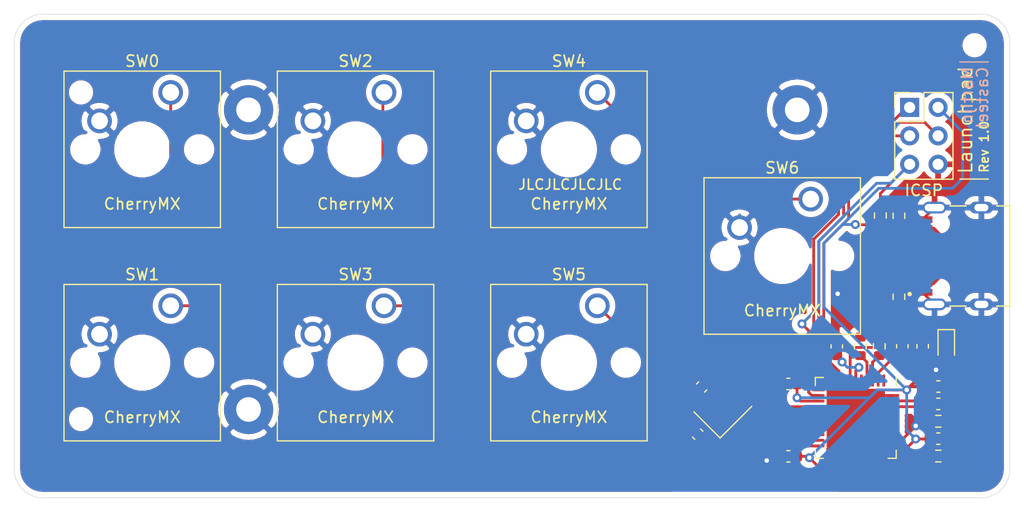
<source format=kicad_pcb>
(kicad_pcb (version 20171130) (host pcbnew 5.1.7-a382d34a8~88~ubuntu20.04.1)
  (layers (0 F.Cu signal) (31 B.Cu signal) (34 B.Paste user) (35 F.Paste user) (36 B.SilkS user) (37 F.SilkS user) (38 B.Mask user) (39 F.Mask user) (44 Edge.Cuts user))
  (net 0 "")
  (net 1 "Net-(C1-Pad1)")
  (net 2 "Net-(C2-Pad1)")
  (net 3 +5V)
  (net 4 HSE_IN)
  (net 5 HSE_OUT)
  (net 6 RESET)
  (net 7 "Net-(D2-Pad2)")
  (net 8 USB_D+)
  (net 9 "Net-(J1-PadB5)")
  (net 10 "Net-(J1-PadA8)")
  (net 11 USB_D-)
  (net 12 "Net-(J1-PadA5)")
  (net 13 "Net-(J1-PadB8)")
  (net 14 MISO)
  (net 15 SCLK)
  (net 16 MOSI)
  (net 17 "Net-(R2-Pad1)")
  (net 18 "Net-(R3-Pad1)")
  (net 19 "Net-(R4-Pad1)")
  (net 20 "Net-(R5-Pad1)")
  (net 21 BTN0)
  (net 22 BTN1)
  (net 23 BTN2)
  (net 24 BTN3)
  (net 25 BTN4)
  (net 26 BTN5)
  (net 27 BTN6)
  (net 28 "Net-(U1-Pad1)")
  (net 29 "Net-(U1-Pad8)")
  (net 30 "Net-(U1-Pad12)")
  (net 31 "Net-(U1-Pad28)")
  (net 32 "Net-(U1-Pad29)")
  (net 33 "Net-(U1-Pad30)")
  (net 34 "Net-(U1-Pad31)")
  (net 35 "Net-(U1-Pad32)")
  (net 36 "Net-(U1-Pad36)")
  (net 37 "Net-(U1-Pad37)")
  (net 38 "Net-(U1-Pad38)")
  (net 39 "Net-(U1-Pad39)")
  (net 40 "Net-(U1-Pad40)")
  (net 41 GND)
  (net 42 /VBUS)
  (net 43 "Net-(U1-Pad18)")
  (module Connector_PinHeader_2.54mm:PinHeader_2x03_P2.54mm_Vertical (layer F.Cu) (at 184.09666 57.85104)
    (fp_text reference J2)
    (fp_text value ICSP (at 1.27 7.41) (layer F.SilkS))
    (pad 6 thru_hole oval (at 2.54 5.08) (size 1.7 1.7) (drill 1) (layers *.Cu *.Mask) (net 41 GND))
    (pad 5 thru_hole oval (at 0 5.08) (size 1.7 1.7) (drill 1) (layers *.Cu *.Mask) (net 6 RESET))
    (pad 4 thru_hole oval (at 2.54 2.54) (size 1.7 1.7) (drill 1) (layers *.Cu *.Mask) (net 16 MOSI))
    (pad 3 thru_hole oval (at 0 2.54) (size 1.7 1.7) (drill 1) (layers *.Cu *.Mask) (net 15 SCLK))
    (pad 2 thru_hole oval (at 2.54 0) (size 1.7 1.7) (drill 1) (layers *.Cu *.Mask) (net 3 +5V))
    (pad 1 thru_hole rect (at 0 0) (size 1.7 1.7) (drill 1) (layers *.Cu *.Mask) (net 14 MISO))
  )
  (module Button_Switch_Keyboard:SW_Cherry_MX_1.00u_PCB (layer F.Cu) (at 118.11 56.515)
    (fp_text reference SW0 (at -2.54 -2.794) (layer F.SilkS))
    (fp_text value CherryMX (at -2.54 9.954) (layer F.SilkS))
    (pad "" np_thru_hole circle (at 2.54 5.08) (size 1.7 1.7) (drill 1.7) (layers *.Cu *.Mask))
    (pad "" np_thru_hole circle (at -7.62 5.08) (size 1.7 1.7) (drill 1.7) (layers *.Cu *.Mask))
    (pad "" np_thru_hole circle (at -2.54 5.08) (size 4 4) (drill 4) (layers *.Cu *.Mask))
    (pad 2 thru_hole circle (at -6.35 2.54) (size 2.2 2.2) (drill 1.5) (layers *.Cu *.Mask) (net 41 GND))
    (pad 1 thru_hole circle (at 0 0) (size 2.2 2.2) (drill 1.5) (layers *.Cu *.Mask) (net 21 BTN0))
  )
  (module Custom:JLCPCB_Mountinghole_1.152mm (layer F.Cu) (at 189.9 52.3)
    (fp_text reference REF**)
    (fp_text value MountingHole_1.152mm)
    (pad "" np_thru_hole circle (at 0 0) (size 1.152 1.152) (drill 1.152) (layers *.Cu *.Mask))
  )
  (module Custom:JLCPCB_Mountinghole_1.152mm (layer F.Cu) (at 110.10392 85.6822)
    (fp_text reference REF**)
    (fp_text value MountingHole_1.152mm)
    (pad "" np_thru_hole circle (at 0 0) (size 1.152 1.152) (drill 1.152) (layers *.Cu *.Mask))
  )
  (module Custom:JLCPCB_Mountinghole_1.152mm (layer F.Cu) (at 110.10392 56.51208)
    (fp_text reference REF**)
    (fp_text value MountingHole_1.152mm)
    (pad "" np_thru_hole circle (at 0 0) (size 1.152 1.152) (drill 1.152) (layers *.Cu *.Mask))
  )
  (module MountingHole:MountingHole_2.2mm_M2_Pad (layer F.Cu) (at 174.05858 58.070161)
    (fp_text reference H3)
    (fp_text value MountingHole_Pad)
    (pad 1 thru_hole circle (at 0 0) (size 4.4 4.4) (drill 2.2) (layers *.Cu *.Mask) (net 41 GND))
  )
  (module MountingHole:MountingHole_2.2mm_M2_Pad (layer F.Cu) (at 125.06452 58.070161)
    (fp_text reference H2)
    (fp_text value MountingHole_Pad)
    (pad 1 thru_hole circle (at 0 0) (size 4.4 4.4) (drill 2.2) (layers *.Cu *.Mask) (net 41 GND))
  )
  (module MountingHole:MountingHole_2.2mm_M2_Pad (layer F.Cu) (at 125.06452 84.82584)
    (fp_text reference H1)
    (fp_text value MountingHole_Pad)
    (pad 1 thru_hole circle (at 0 0) (size 4.4 4.4) (drill 2.2) (layers *.Cu *.Mask) (net 41 GND))
  )
  (module Custom:SW_Cherry_MX_2.00u_Vertical_PCB_unsupported (layer F.Cu) (at 175.26 66.04)
    (fp_text reference SW6 (at -2.54 -2.794) (layer F.SilkS))
    (fp_text value CherryMX (at -2.54 9.954) (layer F.SilkS))
    (pad "" np_thru_hole circle (at 2.54 5.08) (size 1.7 1.7) (drill 1.7) (layers *.Cu *.Mask))
    (pad "" np_thru_hole circle (at -7.62 5.08) (size 1.7 1.7) (drill 1.7) (layers *.Cu *.Mask))
    (pad "" np_thru_hole circle (at -2.54 5.08) (size 4 4) (drill 4) (layers *.Cu *.Mask))
    (pad 2 thru_hole circle (at -6.35 2.54) (size 2.2 2.2) (drill 1.5) (layers *.Cu *.Mask) (net 41 GND))
    (pad 1 thru_hole circle (at 0 0) (size 2.2 2.2) (drill 1.5) (layers *.Cu *.Mask) (net 27 BTN6))
  )
  (module Custom:HRO_TYPE-C-31-M-12 (layer F.Cu) (at 190.5 71.12 90)
    (fp_text reference J1)
    (fp_text value TYPE-C-31-M-12)
    (pad A1B12 smd rect (at -3.25 -5.095 90) (size 0.6 1.45) (layers F.Cu F.Paste F.Mask) (net 41 GND))
    (pad A4B9 smd rect (at -2.45 -5.095 90) (size 0.6 1.45) (layers F.Cu F.Paste F.Mask) (net 42 /VBUS))
    (pad A6 smd rect (at -0.25 -5.095 90) (size 0.3 1.45) (layers F.Cu F.Paste F.Mask) (net 8 USB_D+))
    (pad B7 smd rect (at -0.75 -5.095 90) (size 0.3 1.45) (layers F.Cu F.Paste F.Mask) (net 11 USB_D-))
    (pad A5 smd rect (at -1.25 -5.095 90) (size 0.3 1.45) (layers F.Cu F.Paste F.Mask) (net 12 "Net-(J1-PadA5)"))
    (pad B8 smd rect (at -1.75 -5.095 90) (size 0.3 1.45) (layers F.Cu F.Paste F.Mask) (net 13 "Net-(J1-PadB8)"))
    (pad A7 smd rect (at 0.25 -5.095 90) (size 0.3 1.45) (layers F.Cu F.Paste F.Mask) (net 11 USB_D-))
    (pad B6 smd rect (at 0.75 -5.095 90) (size 0.3 1.45) (layers F.Cu F.Paste F.Mask) (net 8 USB_D+))
    (pad A8 smd rect (at 1.25 -5.095 90) (size 0.3 1.45) (layers F.Cu F.Paste F.Mask) (net 10 "Net-(J1-PadA8)"))
    (pad B5 smd rect (at 1.75 -5.095 90) (size 0.3 1.45) (layers F.Cu F.Paste F.Mask) (net 9 "Net-(J1-PadB5)"))
    (pad B4A9 smd rect (at 2.45 -5.095 90) (size 0.6 1.45) (layers F.Cu F.Paste F.Mask) (net 42 /VBUS))
    (pad B1A12 smd rect (at 3.25 -5.095 90) (size 0.6 1.45) (layers F.Cu F.Paste F.Mask) (net 41 GND))
    (pad S1 thru_hole oval (at -4.32 -4.18 90) (size 1.05 2.1) (drill oval 0.65 1.75) (layers *.Cu *.Mask) (net 41 GND))
    (pad S2 thru_hole oval (at 4.32 -4.18 90) (size 1.05 2.1) (drill oval 0.65 1.75) (layers *.Cu *.Mask) (net 41 GND))
    (pad S3 thru_hole oval (at -4.32 0 90) (size 1.05 2.1) (drill oval 0.65 1.25) (layers *.Cu *.Mask) (net 41 GND))
    (pad S4 thru_hole oval (at 4.32 0 90) (size 1.05 2.1) (drill oval 0.65 1.25) (layers *.Cu *.Mask) (net 41 GND))
    (pad None np_thru_hole circle (at -2.89 -3.65 90) (size 0.7 0.7) (drill 0.7) (layers *.Cu *.Mask))
    (pad None np_thru_hole circle (at 2.89 -3.65 90) (size 0.7 0.7) (drill 0.7) (layers *.Cu *.Mask))
  )
  (module LED_SMD:LED_0603_1608Metric (layer F.Cu) (at 187.36952 79.17912 270)
    (fp_text reference D2)
    (fp_text value RED)
    (pad 1 smd roundrect (at -0.7875 0 270) (size 0.875 0.95) (layers F.Cu F.Paste F.Mask) (net 41 GND))
    (pad 2 smd roundrect (at 0.7875 0 270) (size 0.875 0.95) (layers F.Cu F.Paste F.Mask) (net 7 "Net-(D2-Pad2)"))
  )
  (module Capacitor_SMD:C_0603_1608Metric (layer F.Cu) (at 186.65952 84.32724)
    (fp_text reference C1)
    (fp_text value 0.1uf)
    (pad 1 smd roundrect (at -0.775 0) (size 0.9 0.95) (layers F.Cu F.Paste F.Mask) (net 1 "Net-(C1-Pad1)"))
    (pad 2 smd roundrect (at 0.775 0) (size 0.9 0.95) (layers F.Cu F.Paste F.Mask) (net 41 GND))
  )
  (module Capacitor_SMD:C_0603_1608Metric (layer F.Cu) (at 177.59426 79.1969 90)
    (fp_text reference C2)
    (fp_text value 1uF)
    (pad 1 smd roundrect (at -0.775 0 90) (size 0.9 0.95) (layers F.Cu F.Paste F.Mask) (net 2 "Net-(C2-Pad1)"))
    (pad 2 smd roundrect (at 0.775 0 90) (size 0.9 0.95) (layers F.Cu F.Paste F.Mask) (net 41 GND))
  )
  (module Capacitor_SMD:C_0603_1608Metric (layer F.Cu) (at 173.26326 82.54746 180)
    (fp_text reference C3)
    (fp_text value 0.1uF)
    (pad 2 smd roundrect (at 0.775 0 180) (size 0.9 0.95) (layers F.Cu F.Paste F.Mask) (net 41 GND))
    (pad 1 smd roundrect (at -0.775 0 180) (size 0.9 0.95) (layers F.Cu F.Paste F.Mask) (net 3 +5V))
  )
  (module Capacitor_SMD:C_0603_1608Metric (layer F.Cu) (at 186.65952 87.43112)
    (fp_text reference C4)
    (fp_text value 0.1uF)
    (pad 2 smd roundrect (at 0.775 0) (size 0.9 0.95) (layers F.Cu F.Paste F.Mask) (net 41 GND))
    (pad 1 smd roundrect (at -0.775 0) (size 0.9 0.95) (layers F.Cu F.Paste F.Mask) (net 3 +5V))
  )
  (module Capacitor_SMD:C_0603_1608Metric (layer F.Cu) (at 173.26326 89.00922 180)
    (fp_text reference C5)
    (fp_text value 0.1uF)
    (pad 2 smd roundrect (at 0.775 0 180) (size 0.9 0.95) (layers F.Cu F.Paste F.Mask) (net 41 GND))
    (pad 1 smd roundrect (at -0.775 0 180) (size 0.9 0.95) (layers F.Cu F.Paste F.Mask) (net 3 +5V))
  )
  (module Capacitor_SMD:C_0603_1608Metric (layer F.Cu) (at 186.65952 82.7753)
    (fp_text reference C6)
    (fp_text value 0.1uF)
    (pad 1 smd roundrect (at -0.775 0) (size 0.9 0.95) (layers F.Cu F.Paste F.Mask) (net 3 +5V))
    (pad 2 smd roundrect (at 0.775 0) (size 0.9 0.95) (layers F.Cu F.Paste F.Mask) (net 41 GND))
  )
  (module Capacitor_SMD:C_0603_1608Metric (layer F.Cu) (at 183.44642 79.17912 90)
    (fp_text reference C7)
    (fp_text value 10uF)
    (pad 1 smd roundrect (at -0.775 0 90) (size 0.9 0.95) (layers F.Cu F.Paste F.Mask) (net 3 +5V))
    (pad 2 smd roundrect (at 0.775 0 90) (size 0.9 0.95) (layers F.Cu F.Paste F.Mask) (net 41 GND))
  )
  (module Capacitor_SMD:C_0603_1608Metric (layer F.Cu) (at 165.16858 87.02802 315)
    (fp_text reference C8)
    (fp_text value 22pF)
    (pad 1 smd roundrect (at -0.775 0 315) (size 0.9 0.95) (layers F.Cu F.Paste F.Mask) (net 41 GND))
    (pad 2 smd roundrect (at 0.775 0 315) (size 0.9 0.95) (layers F.Cu F.Paste F.Mask) (net 4 HSE_IN))
  )
  (module Capacitor_SMD:C_0603_1608Metric (layer F.Cu) (at 165.527352 82.813528 45)
    (fp_text reference C9)
    (fp_text value 22pF)
    (pad 2 smd roundrect (at 0.775 0 45) (size 0.9 0.95) (layers F.Cu F.Paste F.Mask) (net 5 HSE_OUT))
    (pad 1 smd roundrect (at -0.775 0 45) (size 0.9 0.95) (layers F.Cu F.Paste F.Mask) (net 41 GND))
  )
  (module Fuse:Fuse_0603_1608Metric (layer F.Cu) (at 185.26252 79.17912 90)
    (fp_text reference F1)
    (fp_text value 500mA)
    (pad 1 smd roundrect (at -0.7875 0 90) (size 0.875 0.95) (layers F.Cu F.Paste F.Mask) (net 3 +5V))
    (pad 2 smd roundrect (at 0.7875 0 90) (size 0.875 0.95) (layers F.Cu F.Paste F.Mask) (net 42 /VBUS))
  )
  (module Resistor_SMD:R_0603_1608Metric (layer F.Cu) (at 181.483 67.50354 90)
    (fp_text reference R1)
    (fp_text value 10K)
    (pad 2 smd roundrect (at 0.825 0 90) (size 0.8 0.95) (layers F.Cu F.Paste F.Mask) (net 6 RESET))
    (pad 1 smd roundrect (at -0.825 0 90) (size 0.8 0.95) (layers F.Cu F.Paste F.Mask) (net 3 +5V))
  )
  (module Resistor_SMD:R_0603_1608Metric (layer F.Cu) (at 179.70214 79.18704 90)
    (fp_text reference R2)
    (fp_text value 22)
    (pad 1 smd roundrect (at -0.825 0 90) (size 0.8 0.95) (layers F.Cu F.Paste F.Mask) (net 17 "Net-(R2-Pad1)"))
    (pad 2 smd roundrect (at 0.825 0 90) (size 0.8 0.95) (layers F.Cu F.Paste F.Mask) (net 8 USB_D+))
  )
  (module Resistor_SMD:R_0603_1608Metric (layer F.Cu) (at 181.385313 79.18704 90)
    (fp_text reference R3)
    (fp_text value 22)
    (pad 2 smd roundrect (at 0.825 0 90) (size 0.8 0.95) (layers F.Cu F.Paste F.Mask) (net 11 USB_D-))
    (pad 1 smd roundrect (at -0.825 0 90) (size 0.8 0.95) (layers F.Cu F.Paste F.Mask) (net 18 "Net-(R3-Pad1)"))
  )
  (module Resistor_SMD:R_0603_1608Metric (layer F.Cu) (at 186.65952 88.98306)
    (fp_text reference R4)
    (fp_text value 10K)
    (pad 1 smd roundrect (at -0.825 0) (size 0.8 0.95) (layers F.Cu F.Paste F.Mask) (net 19 "Net-(R4-Pad1)"))
    (pad 2 smd roundrect (at 0.825 0) (size 0.8 0.95) (layers F.Cu F.Paste F.Mask) (net 41 GND))
  )
  (module Resistor_SMD:R_0603_1608Metric (layer F.Cu) (at 186.65952 85.87918)
    (fp_text reference R5)
    (fp_text value 1K)
    (pad 1 smd roundrect (at -0.825 0) (size 0.8 0.95) (layers F.Cu F.Paste F.Mask) (net 20 "Net-(R5-Pad1)"))
    (pad 2 smd roundrect (at 0.825 0) (size 0.8 0.95) (layers F.Cu F.Paste F.Mask) (net 7 "Net-(D2-Pad2)"))
  )
  (module Resistor_SMD:R_0603_1608Metric (layer F.Cu) (at 183.14162 74.75728 270)
    (fp_text reference R6)
    (fp_text value 5.1K)
    (pad 2 smd roundrect (at 0.825 0 270) (size 0.8 0.95) (layers F.Cu F.Paste F.Mask) (net 41 GND))
    (pad 1 smd roundrect (at -0.825 0 270) (size 0.8 0.95) (layers F.Cu F.Paste F.Mask) (net 12 "Net-(J1-PadA5)"))
  )
  (module Resistor_SMD:R_0603_1608Metric (layer F.Cu) (at 183.14162 67.52336 270)
    (fp_text reference R7)
    (fp_text value 5.1K)
    (pad 1 smd roundrect (at -0.825 0 270) (size 0.8 0.95) (layers F.Cu F.Paste F.Mask) (net 41 GND))
    (pad 2 smd roundrect (at 0.825 0 270) (size 0.8 0.95) (layers F.Cu F.Paste F.Mask) (net 9 "Net-(J1-PadB5)"))
  )
  (module Button_Switch_Keyboard:SW_Cherry_MX_1.00u_PCB (layer F.Cu) (at 118.11 75.565)
    (fp_text reference SW1 (at -2.54 -2.794) (layer F.SilkS))
    (fp_text value CherryMX (at -2.54 9.954) (layer F.SilkS))
    (pad "" np_thru_hole circle (at 2.54 5.08) (size 1.7 1.7) (drill 1.7) (layers *.Cu *.Mask))
    (pad "" np_thru_hole circle (at -7.62 5.08) (size 1.7 1.7) (drill 1.7) (layers *.Cu *.Mask))
    (pad "" np_thru_hole circle (at -2.54 5.08) (size 4 4) (drill 4) (layers *.Cu *.Mask))
    (pad 2 thru_hole circle (at -6.35 2.54) (size 2.2 2.2) (drill 1.5) (layers *.Cu *.Mask) (net 41 GND))
    (pad 1 thru_hole circle (at 0 0) (size 2.2 2.2) (drill 1.5) (layers *.Cu *.Mask) (net 22 BTN1))
  )
  (module Button_Switch_Keyboard:SW_Cherry_MX_1.00u_PCB (layer F.Cu) (at 137.16 56.515)
    (fp_text reference SW2 (at -2.54 -2.794) (layer F.SilkS))
    (fp_text value CherryMX (at -2.54 9.954) (layer F.SilkS))
    (pad "" np_thru_hole circle (at 2.54 5.08) (size 1.7 1.7) (drill 1.7) (layers *.Cu *.Mask))
    (pad "" np_thru_hole circle (at -7.62 5.08) (size 1.7 1.7) (drill 1.7) (layers *.Cu *.Mask))
    (pad "" np_thru_hole circle (at -2.54 5.08) (size 4 4) (drill 4) (layers *.Cu *.Mask))
    (pad 2 thru_hole circle (at -6.35 2.54) (size 2.2 2.2) (drill 1.5) (layers *.Cu *.Mask) (net 41 GND))
    (pad 1 thru_hole circle (at 0 0) (size 2.2 2.2) (drill 1.5) (layers *.Cu *.Mask) (net 23 BTN2))
  )
  (module Button_Switch_Keyboard:SW_Cherry_MX_1.00u_PCB (layer F.Cu) (at 137.16 75.565)
    (fp_text reference SW3 (at -2.54 -2.794) (layer F.SilkS))
    (fp_text value CherryMX (at -2.54 9.954) (layer F.SilkS))
    (pad 1 thru_hole circle (at 0 0) (size 2.2 2.2) (drill 1.5) (layers *.Cu *.Mask) (net 24 BTN3))
    (pad 2 thru_hole circle (at -6.35 2.54) (size 2.2 2.2) (drill 1.5) (layers *.Cu *.Mask) (net 41 GND))
    (pad "" np_thru_hole circle (at -2.54 5.08) (size 4 4) (drill 4) (layers *.Cu *.Mask))
    (pad "" np_thru_hole circle (at -7.62 5.08) (size 1.7 1.7) (drill 1.7) (layers *.Cu *.Mask))
    (pad "" np_thru_hole circle (at 2.54 5.08) (size 1.7 1.7) (drill 1.7) (layers *.Cu *.Mask))
  )
  (module Button_Switch_Keyboard:SW_Cherry_MX_1.00u_PCB (layer F.Cu) (at 156.21 56.515)
    (fp_text reference SW4 (at -2.54 -2.794) (layer F.SilkS))
    (fp_text value CherryMX (at -2.54 9.954) (layer F.SilkS))
    (pad 1 thru_hole circle (at 0 0) (size 2.2 2.2) (drill 1.5) (layers *.Cu *.Mask) (net 25 BTN4))
    (pad 2 thru_hole circle (at -6.35 2.54) (size 2.2 2.2) (drill 1.5) (layers *.Cu *.Mask) (net 41 GND))
    (pad "" np_thru_hole circle (at -2.54 5.08) (size 4 4) (drill 4) (layers *.Cu *.Mask))
    (pad "" np_thru_hole circle (at -7.62 5.08) (size 1.7 1.7) (drill 1.7) (layers *.Cu *.Mask))
    (pad "" np_thru_hole circle (at 2.54 5.08) (size 1.7 1.7) (drill 1.7) (layers *.Cu *.Mask))
  )
  (module Button_Switch_Keyboard:SW_Cherry_MX_1.00u_PCB (layer F.Cu) (at 156.21 75.565)
    (fp_text reference SW5 (at -2.54 -2.794) (layer F.SilkS))
    (fp_text value CherryMX (at -2.54 9.954) (layer F.SilkS))
    (pad "" np_thru_hole circle (at 2.54 5.08) (size 1.7 1.7) (drill 1.7) (layers *.Cu *.Mask))
    (pad "" np_thru_hole circle (at -7.62 5.08) (size 1.7 1.7) (drill 1.7) (layers *.Cu *.Mask))
    (pad "" np_thru_hole circle (at -2.54 5.08) (size 4 4) (drill 4) (layers *.Cu *.Mask))
    (pad 2 thru_hole circle (at -6.35 2.54) (size 2.2 2.2) (drill 1.5) (layers *.Cu *.Mask) (net 41 GND))
    (pad 1 thru_hole circle (at 0 0) (size 2.2 2.2) (drill 1.5) (layers *.Cu *.Mask) (net 26 BTN5))
  )
  (module Package_DFN_QFN:QFN-44-1EP_7x7mm_P0.5mm_EP5.2x5.2mm (layer F.Cu) (at 179.28844 85.57768 270)
    (fp_text reference U1)
    (fp_text value ATmega32U4-MUR)
    (pad 1 smd roundrect (at -3.3375 -2.5 270) (size 1.075 0.25) (layers F.Cu F.Paste F.Mask) (net 28 "Net-(U1-Pad1)"))
    (pad 2 smd roundrect (at -3.3375 -2 270) (size 1.075 0.25) (layers F.Cu F.Paste F.Mask) (net 3 +5V))
    (pad 3 smd roundrect (at -3.3375 -1.5 270) (size 1.075 0.25) (layers F.Cu F.Paste F.Mask) (net 18 "Net-(R3-Pad1)"))
    (pad 4 smd roundrect (at -3.3375 -1 270) (size 1.075 0.25) (layers F.Cu F.Paste F.Mask) (net 17 "Net-(R2-Pad1)"))
    (pad 5 smd roundrect (at -3.3375 -0.5 270) (size 1.075 0.25) (layers F.Cu F.Paste F.Mask) (net 41 GND))
    (pad 6 smd roundrect (at -3.3375 0 270) (size 1.075 0.25) (layers F.Cu F.Paste F.Mask) (net 2 "Net-(C2-Pad1)"))
    (pad 7 smd roundrect (at -3.3375 0.5 270) (size 1.075 0.25) (layers F.Cu F.Paste F.Mask) (net 3 +5V))
    (pad 8 smd roundrect (at -3.3375 1 270) (size 1.075 0.25) (layers F.Cu F.Paste F.Mask) (net 29 "Net-(U1-Pad8)"))
    (pad 9 smd roundrect (at -3.3375 1.5 270) (size 1.075 0.25) (layers F.Cu F.Paste F.Mask) (net 15 SCLK))
    (pad 10 smd roundrect (at -3.3375 2 270) (size 1.075 0.25) (layers F.Cu F.Paste F.Mask) (net 16 MOSI))
    (pad 11 smd roundrect (at -3.3375 2.5 270) (size 1.075 0.25) (layers F.Cu F.Paste F.Mask) (net 14 MISO))
    (pad 12 smd roundrect (at -2.5 3.3375 270) (size 0.25 1.075) (layers F.Cu F.Paste F.Mask) (net 30 "Net-(U1-Pad12)"))
    (pad 13 smd roundrect (at -2 3.3375 270) (size 0.25 1.075) (layers F.Cu F.Paste F.Mask) (net 6 RESET))
    (pad 14 smd roundrect (at -1.5 3.3375 270) (size 0.25 1.075) (layers F.Cu F.Paste F.Mask) (net 3 +5V))
    (pad 15 smd roundrect (at -1 3.3375 270) (size 0.25 1.075) (layers F.Cu F.Paste F.Mask) (net 41 GND))
    (pad 16 smd roundrect (at -0.5 3.3375 270) (size 0.25 1.075) (layers F.Cu F.Paste F.Mask) (net 5 HSE_OUT))
    (pad 17 smd roundrect (at 0 3.3375 270) (size 0.25 1.075) (layers F.Cu F.Paste F.Mask) (net 4 HSE_IN))
    (pad 18 smd roundrect (at 0.5 3.3375 270) (size 0.25 1.075) (layers F.Cu F.Paste F.Mask) (net 43 "Net-(U1-Pad18)"))
    (pad 19 smd roundrect (at 1 3.3375 270) (size 0.25 1.075) (layers F.Cu F.Paste F.Mask) (net 27 BTN6))
    (pad 20 smd roundrect (at 1.5 3.3375 270) (size 0.25 1.075) (layers F.Cu F.Paste F.Mask) (net 25 BTN4))
    (pad 21 smd roundrect (at 2 3.3375 270) (size 0.25 1.075) (layers F.Cu F.Paste F.Mask) (net 26 BTN5))
    (pad 22 smd roundrect (at 2.5 3.3375 270) (size 0.25 1.075) (layers F.Cu F.Paste F.Mask) (net 23 BTN2))
    (pad 23 smd roundrect (at 3.3375 2.5 270) (size 1.075 0.25) (layers F.Cu F.Paste F.Mask) (net 41 GND))
    (pad 24 smd roundrect (at 3.3375 2 270) (size 1.075 0.25) (layers F.Cu F.Paste F.Mask) (net 3 +5V))
    (pad 25 smd roundrect (at 3.3375 1.5 270) (size 1.075 0.25) (layers F.Cu F.Paste F.Mask) (net 24 BTN3))
    (pad 26 smd roundrect (at 3.3375 1 270) (size 1.075 0.25) (layers F.Cu F.Paste F.Mask) (net 21 BTN0))
    (pad 27 smd roundrect (at 3.3375 0.5 270) (size 1.075 0.25) (layers F.Cu F.Paste F.Mask) (net 22 BTN1))
    (pad 28 smd roundrect (at 3.3375 0 270) (size 1.075 0.25) (layers F.Cu F.Paste F.Mask) (net 31 "Net-(U1-Pad28)"))
    (pad 29 smd roundrect (at 3.3375 -0.5 270) (size 1.075 0.25) (layers F.Cu F.Paste F.Mask) (net 32 "Net-(U1-Pad29)"))
    (pad 30 smd roundrect (at 3.3375 -1 270) (size 1.075 0.25) (layers F.Cu F.Paste F.Mask) (net 33 "Net-(U1-Pad30)"))
    (pad 31 smd roundrect (at 3.3375 -1.5 270) (size 1.075 0.25) (layers F.Cu F.Paste F.Mask) (net 34 "Net-(U1-Pad31)"))
    (pad 32 smd roundrect (at 3.3375 -2 270) (size 1.075 0.25) (layers F.Cu F.Paste F.Mask) (net 35 "Net-(U1-Pad32)"))
    (pad 33 smd roundrect (at 3.3375 -2.5 270) (size 1.075 0.25) (layers F.Cu F.Paste F.Mask) (net 19 "Net-(R4-Pad1)"))
    (pad 34 smd roundrect (at 2.5 -3.3375 270) (size 0.25 1.075) (layers F.Cu F.Paste F.Mask) (net 3 +5V))
    (pad 35 smd roundrect (at 2 -3.3375 270) (size 0.25 1.075) (layers F.Cu F.Paste F.Mask) (net 41 GND))
    (pad 36 smd roundrect (at 1.5 -3.3375 270) (size 0.25 1.075) (layers F.Cu F.Paste F.Mask) (net 36 "Net-(U1-Pad36)"))
    (pad 37 smd roundrect (at 1 -3.3375 270) (size 0.25 1.075) (layers F.Cu F.Paste F.Mask) (net 37 "Net-(U1-Pad37)"))
    (pad 38 smd roundrect (at 0.5 -3.3375 270) (size 0.25 1.075) (layers F.Cu F.Paste F.Mask) (net 38 "Net-(U1-Pad38)"))
    (pad 39 smd roundrect (at 0 -3.3375 270) (size 0.25 1.075) (layers F.Cu F.Paste F.Mask) (net 39 "Net-(U1-Pad39)"))
    (pad 40 smd roundrect (at -0.5 -3.3375 270) (size 0.25 1.075) (layers F.Cu F.Paste F.Mask) (net 40 "Net-(U1-Pad40)"))
    (pad 41 smd roundrect (at -1 -3.3375 270) (size 0.25 1.075) (layers F.Cu F.Paste F.Mask) (net 20 "Net-(R5-Pad1)"))
    (pad 42 smd roundrect (at -1.5 -3.3375 270) (size 0.25 1.075) (layers F.Cu F.Paste F.Mask) (net 1 "Net-(C1-Pad1)"))
    (pad 43 smd roundrect (at -2 -3.3375 270) (size 0.25 1.075) (layers F.Cu F.Paste F.Mask) (net 41 GND))
    (pad 44 smd roundrect (at -2.5 -3.3375 270) (size 0.25 1.075) (layers F.Cu F.Paste F.Mask) (net 3 +5V))
    (pad 45 smd rect (at 0 0 270) (size 5.2 5.2) (layers F.Cu F.Mask) (net 41 GND))
  )
  (module Crystal:Crystal_SMD_3225-4Pin_3.2x2.5mm (layer F.Cu) (at 167.41902 84.79282 45)
    (fp_text reference Y1)
    (fp_text value Crystal_GND24_Small)
    (pad 1 smd rect (at -1.1 0.85 45) (size 1.4 1.2) (layers F.Cu F.Paste F.Mask) (net 4 HSE_IN))
    (pad 2 smd rect (at 1.1 0.85 45) (size 1.4 1.2) (layers F.Cu F.Paste F.Mask) (net 41 GND))
    (pad 3 smd rect (at 1.1 -0.85 45) (size 1.4 1.2) (layers F.Cu F.Paste F.Mask) (net 5 HSE_OUT))
    (pad 4 smd rect (at -1.1 -0.85 45) (size 1.4 1.2) (layers F.Cu F.Paste F.Mask) (net 41 GND))
  )
  (gr_text JLCJLCJLCJLC (at 153.79192 64.73952) (layer F.SilkS) (effects (font (size 0.9 0.9))))
  (gr_text Casteel (at 190.59578 56.994893 90) (layer B.SilkS) (effects (font (size 1 1)) (justify mirror)))
  (gr_line (start 191.12484 53.79352) (end 188.58484 53.79352) (layer B.SilkS) (width 0.12))
  (gr_line (start 191.12484 64.24816) (end 188.58484 64.24816) (layer F.SilkS) (width 0.12))
  (gr_text "Rev 1.0" (at 190.75178 61.37155 90) (layer F.SilkS) (effects (font (size 0.8 0.8))))
  (gr_text Launchpad (at 189.08362 58.976312 90) (layer F.SilkS) (effects (font (size 1.2 1.2))))
  (gr_text "Martijn " (at 189.23962 57.16156 90) (layer B.SilkS) (effects (font (size 1 1)) (justify mirror)))
  (gr_arc (start 106.68 90.17) (end 104.14 90.17) (angle -90) (layer Edge.Cuts) (width 0.05))
  (gr_arc (start 106.68 52.07) (end 106.68 49.53) (angle -90) (layer Edge.Cuts) (width 0.05))
  (gr_arc (start 190.5 52.07) (end 193.04 52.07) (angle -90) (layer Edge.Cuts) (width 0.05))
  (gr_arc (start 190.5 90.17) (end 190.5 92.71) (angle -90) (layer Edge.Cuts) (width 0.05))
  (gr_line (start 193.04 52.07) (end 193.04 90.17) (layer Edge.Cuts) (width 0.05))
  (gr_line (start 104.14 52.07) (end 104.14 90.17) (layer Edge.Cuts) (width 0.05))
  (gr_line (start 106.68 92.71) (end 190.5 92.71) (layer Edge.Cuts) (width 0.05))
  (gr_line (start 106.68 49.53) (end 190.5 49.53) (layer Edge.Cuts) (width 0.05))
  (segment (start 185.5834 84.05152) (end 185.88452 84.35264) (width 0.25) (layer F.Cu) (net 1))
  (segment (start 182.64372 84.0599) (end 182.62594 84.07768) (width 0.25) (layer F.Cu) (net 1))
  (segment (start 185.88452 84.35264) (end 185.59178 84.0599) (width 0.25) (layer F.Cu) (net 1))
  (segment (start 185.591779 84.059899) (end 185.88452 84.35264) (width 0.25) (layer F.Cu) (net 1))
  (segment (start 182.643721 84.059899) (end 185.591779 84.059899) (width 0.25) (layer F.Cu) (net 1))
  (segment (start 182.62594 84.07768) (end 182.643721 84.059899) (width 0.25) (layer F.Cu) (net 1))
  (via (at 179.56344 81.06156) (size 0.8) (drill 0.4) (layers F.Cu B.Cu) (net 2))
  (segment (start 179.28844 81.33656) (end 179.56344 81.06156) (width 0.25) (layer F.Cu) (net 2))
  (segment (start 179.28844 82.24018) (end 179.28844 81.33656) (width 0.25) (layer F.Cu) (net 2))
  (segment (start 177.863632 80.241272) (end 177.59426 79.9719) (width 0.25) (layer F.Cu) (net 2))
  (via (at 178.06344 80.58658) (size 0.8) (drill 0.4) (layers F.Cu B.Cu) (net 2))
  (segment (start 178.53842 81.06156) (end 178.06344 80.58658) (width 0.25) (layer B.Cu) (net 2))
  (segment (start 179.56344 81.06156) (end 178.53842 81.06156) (width 0.25) (layer B.Cu) (net 2))
  (segment (start 177.59426 80.1174) (end 178.06344 80.58658) (width 0.25) (layer F.Cu) (net 2))
  (segment (start 177.59426 79.9719) (end 177.59426 80.1174) (width 0.25) (layer F.Cu) (net 2))
  (segment (start 185.6083 83.05152) (end 185.88452 82.7753) (width 0.25) (layer F.Cu) (net 3))
  (segment (start 177.28844 88.91518) (end 177.28844 89.500702) (width 0.25) (layer F.Cu) (net 3))
  (segment (start 174.03826 89.30386) (end 174.03826 89.00922) (width 0.25) (layer F.Cu) (net 3))
  (via (at 175.14316 89.13114) (size 0.8) (drill 0.4) (layers F.Cu B.Cu) (net 3))
  (segment (start 175.02124 89.00922) (end 175.14316 89.13114) (width 0.25) (layer F.Cu) (net 3))
  (segment (start 174.03826 89.00922) (end 175.02124 89.00922) (width 0.25) (layer F.Cu) (net 3))
  (segment (start 177.28844 89.500702) (end 176.946802 89.84234) (width 0.25) (layer F.Cu) (net 3))
  (segment (start 175.85436 89.84234) (end 175.14316 89.13114) (width 0.25) (layer F.Cu) (net 3))
  (segment (start 176.946802 89.84234) (end 175.85436 89.84234) (width 0.25) (layer F.Cu) (net 3))
  (via (at 183.8344 83.07768) (size 0.8) (drill 0.4) (layers F.Cu B.Cu) (net 3))
  (segment (start 175.14316 89.13114) (end 179.9971 84.2772) (width 0.25) (layer B.Cu) (net 3))
  (segment (start 183.85218 83.0599) (end 183.8344 83.07768) (width 0.25) (layer F.Cu) (net 3))
  (segment (start 185.88452 82.7753) (end 185.59992 83.0599) (width 0.25) (layer F.Cu) (net 3))
  (segment (start 181.28844 81.6371) (end 181.28844 82.24018) (width 0.25) (layer F.Cu) (net 3))
  (via (at 184.64022 87.46236) (size 0.8) (drill 0.4) (layers F.Cu B.Cu) (net 3))
  (segment (start 181.28844 81.55076) (end 181.28844 82.24018) (width 0.25) (layer F.Cu) (net 3))
  (segment (start 183.39308 80.00746) (end 183.44642 79.95412) (width 0.25) (layer F.Cu) (net 3))
  (segment (start 185.25002 79.95412) (end 185.26252 79.96662) (width 0.25) (layer F.Cu) (net 3))
  (segment (start 183.44642 79.95412) (end 185.25002 79.95412) (width 0.25) (layer F.Cu) (net 3))
  (segment (start 182.77933 79.28703) (end 183.44642 79.95412) (width 0.25) (layer F.Cu) (net 3))
  (segment (start 178.78844 79.708262) (end 179.209672 79.28703) (width 0.25) (layer F.Cu) (net 3))
  (segment (start 179.209672 79.28703) (end 182.77933 79.28703) (width 0.25) (layer F.Cu) (net 3))
  (segment (start 178.78844 82.24018) (end 178.78844 79.708262) (width 0.25) (layer F.Cu) (net 3))
  (segment (start 182.88508 79.95412) (end 183.44642 79.95412) (width 0.25) (layer F.Cu) (net 3))
  (segment (start 181.28844 81.55076) (end 182.88508 79.95412) (width 0.25) (layer F.Cu) (net 3))
  (segment (start 185.58214 83.07768) (end 185.88452 82.7753) (width 0.25) (layer F.Cu) (net 3))
  (segment (start 184.0249 88.07768) (end 184.64022 87.46236) (width 0.25) (layer F.Cu) (net 3))
  (segment (start 182.62594 88.07768) (end 184.0249 88.07768) (width 0.25) (layer F.Cu) (net 3))
  (segment (start 185.85328 87.46236) (end 185.88452 87.43112) (width 0.25) (layer F.Cu) (net 3))
  (segment (start 184.64022 87.46236) (end 185.85328 87.46236) (width 0.25) (layer F.Cu) (net 3))
  (segment (start 176.45169 75.69497) (end 183.8344 83.07768) (width 0.25) (layer B.Cu) (net 3))
  (segment (start 176.45169 69.9602) (end 176.45169 75.69497) (width 0.25) (layer B.Cu) (net 3))
  (via (at 174.04334 83.77936) (size 0.8) (drill 0.4) (layers F.Cu B.Cu) (net 3))
  (segment (start 183.8344 86.65654) (end 184.64022 87.46236) (width 0.25) (layer B.Cu) (net 3))
  (segment (start 181.19662 83.07768) (end 179.9971 84.2772) (width 0.25) (layer B.Cu) (net 3))
  (segment (start 174.34166 84.07768) (end 174.04334 83.77936) (width 0.25) (layer F.Cu) (net 3))
  (segment (start 175.95094 84.07768) (end 174.34166 84.07768) (width 0.25) (layer F.Cu) (net 3))
  (segment (start 174.04334 82.55254) (end 174.03826 82.54746) (width 0.25) (layer F.Cu) (net 3))
  (segment (start 174.04334 83.77936) (end 174.04334 82.55254) (width 0.25) (layer F.Cu) (net 3))
  (segment (start 180.49494 83.77936) (end 181.19662 83.07768) (width 0.25) (layer B.Cu) (net 3))
  (segment (start 174.04334 83.77936) (end 180.49494 83.77936) (width 0.25) (layer B.Cu) (net 3))
  (segment (start 174.03826 82.54746) (end 174.03826 82.48904) (width 0.25) (layer F.Cu) (net 3))
  (segment (start 186.63666 57.85104) (end 188.82614 60.04052) (width 0.25) (layer B.Cu) (net 3))
  (segment (start 188.82614 60.04052) (end 188.82614 64.1858) (width 0.25) (layer B.Cu) (net 3))
  (segment (start 188.82614 64.1858) (end 187.93714 65.0748) (width 0.25) (layer B.Cu) (net 3))
  (segment (start 187.93714 65.0748) (end 181.33709 65.0748) (width 0.25) (layer B.Cu) (net 3))
  (via (at 179.2478 68.30822) (size 0.8) (drill 0.4) (layers F.Cu B.Cu) (net 3))
  (segment (start 179.26812 68.32854) (end 179.2478 68.30822) (width 0.25) (layer F.Cu) (net 3))
  (segment (start 181.483 68.32854) (end 179.26812 68.32854) (width 0.25) (layer F.Cu) (net 3))
  (segment (start 179.2478 68.30822) (end 178.1302 68.30822) (width 0.25) (layer B.Cu) (net 3))
  (segment (start 178.1302 68.30822) (end 178.116935 68.294955) (width 0.25) (layer B.Cu) (net 3))
  (segment (start 178.116935 68.294955) (end 176.45169 69.9602) (width 0.25) (layer B.Cu) (net 3))
  (segment (start 181.33709 65.0748) (end 178.116935 68.294955) (width 0.25) (layer B.Cu) (net 3))
  (segment (start 183.8344 83.07768) (end 183.8344 86.65654) (width 0.25) (layer B.Cu) (net 3))
  (segment (start 183.8344 83.07768) (end 181.19662 83.07768) (width 0.25) (layer B.Cu) (net 3))
  (segment (start 185.26252 79.96662) (end 185.26252 81.64956) (width 0.3) (layer F.Cu) (net 3))
  (segment (start 182.62594 83.07768) (end 183.8344 83.07768) (width 0.25) (layer F.Cu) (net 3))
  (segment (start 184.13678 82.7753) (end 183.8344 83.07768) (width 0.3) (layer F.Cu) (net 3))
  (segment (start 185.88452 82.7753) (end 184.13678 82.7753) (width 0.3) (layer F.Cu) (net 3))
  (segment (start 185.26252 81.64956) (end 184.13678 82.7753) (width 0.3) (layer F.Cu) (net 3))
  (segment (start 167.351825 86.28126) (end 167.242243 86.171678) (width 0.25) (layer F.Cu) (net 4))
  (segment (start 169.52468 86.28126) (end 167.351825 86.28126) (width 0.25) (layer F.Cu) (net 4))
  (segment (start 170.22826 85.57768) (end 169.52468 86.28126) (width 0.25) (layer F.Cu) (net 4))
  (segment (start 175.95094 85.57768) (end 170.22826 85.57768) (width 0.25) (layer F.Cu) (net 4))
  (segment (start 167.120938 86.171678) (end 165.716588 87.576028) (width 0.25) (layer F.Cu) (net 4))
  (segment (start 167.242243 86.171678) (end 167.120938 86.171678) (width 0.25) (layer F.Cu) (net 4))
  (segment (start 175.95094 85.07768) (end 171.71962 85.07768) (width 0.25) (layer F.Cu) (net 5))
  (segment (start 171.71962 85.07768) (end 169.89044 83.2485) (width 0.25) (layer F.Cu) (net 5))
  (segment (start 167.761259 83.2485) (end 167.595797 83.413962) (width 0.25) (layer F.Cu) (net 5))
  (segment (start 169.89044 83.2485) (end 167.761259 83.2485) (width 0.25) (layer F.Cu) (net 5))
  (segment (start 167.223802 83.413962) (end 166.07536 82.26552) (width 0.25) (layer F.Cu) (net 5))
  (segment (start 167.595797 83.413962) (end 167.223802 83.413962) (width 0.25) (layer F.Cu) (net 5))
  (via (at 174.48022 77.18298) (size 0.8) (drill 0.4) (layers F.Cu B.Cu) (net 6))
  (segment (start 174.48022 77.18298) (end 175.078371 77.781131) (width 0.25) (layer F.Cu) (net 6))
  (segment (start 175.365418 83.57768) (end 175.95094 83.57768) (width 0.25) (layer F.Cu) (net 6))
  (segment (start 175.078371 83.290633) (end 175.365418 83.57768) (width 0.25) (layer F.Cu) (net 6))
  (segment (start 175.078371 77.781131) (end 175.078371 83.290633) (width 0.25) (layer F.Cu) (net 6))
  (segment (start 181.150689 64.624791) (end 182.402909 64.624791) (width 0.25) (layer B.Cu) (net 6))
  (segment (start 176.00168 69.7738) (end 181.150689 64.624791) (width 0.25) (layer B.Cu) (net 6))
  (segment (start 176.00168 75.66152) (end 176.00168 69.7738) (width 0.25) (layer B.Cu) (net 6))
  (segment (start 182.402909 64.624791) (end 184.09666 62.93104) (width 0.25) (layer B.Cu) (net 6))
  (segment (start 174.48022 77.18298) (end 176.00168 75.66152) (width 0.25) (layer B.Cu) (net 6))
  (segment (start 181.483 65.5447) (end 181.483 66.67854) (width 0.25) (layer F.Cu) (net 6))
  (segment (start 184.09666 62.93104) (end 181.483 65.5447) (width 0.25) (layer F.Cu) (net 6))
  (segment (start 187.48452 85.87918) (end 187.60262 85.87918) (width 0.25) (layer F.Cu) (net 7))
  (segment (start 187.48452 85.87918) (end 187.48452 85.83472) (width 0.25) (layer F.Cu) (net 7))
  (segment (start 187.48452 85.83472) (end 188.49848 84.82076) (width 0.25) (layer F.Cu) (net 7))
  (segment (start 188.49848 81.09558) (end 187.36952 79.96662) (width 0.25) (layer F.Cu) (net 7))
  (segment (start 188.49848 84.82076) (end 188.49848 81.09558) (width 0.25) (layer F.Cu) (net 7))
  (segment (start 180.293726 72.45864) (end 182.382366 70.37) (width 0.25) (layer F.Cu) (net 8))
  (segment (start 180.293726 77.770454) (end 180.293726 72.45864) (width 0.25) (layer F.Cu) (net 8))
  (segment (start 179.70214 78.36204) (end 180.293726 77.770454) (width 0.25) (layer F.Cu) (net 8))
  (segment (start 182.382366 70.37) (end 185.405 70.37) (width 0.25) (layer F.Cu) (net 8))
  (segment (start 185.405 70.37) (end 186.38 70.37) (width 0.25) (layer F.Cu) (net 8))
  (segment (start 186.38 70.37) (end 186.58078 70.57078) (width 0.25) (layer F.Cu) (net 8))
  (segment (start 186.58078 70.57078) (end 186.58078 71.154222) (width 0.25) (layer F.Cu) (net 8))
  (segment (start 186.365002 71.37) (end 185.405 71.37) (width 0.25) (layer F.Cu) (net 8))
  (segment (start 186.58078 71.154222) (end 186.365002 71.37) (width 0.25) (layer F.Cu) (net 8))
  (segment (start 184.16326 69.37) (end 183.14162 68.34836) (width 0.25) (layer F.Cu) (net 9))
  (segment (start 185.405 69.37) (end 184.16326 69.37) (width 0.25) (layer F.Cu) (net 9))
  (segment (start 181.385312 78.36204) (end 181.385313 78.36204) (width 0.25) (layer F.Cu) (net 11))
  (segment (start 180.793726 77.770454) (end 181.385312 78.36204) (width 0.25) (layer F.Cu) (net 11))
  (segment (start 180.793726 72.665748) (end 180.793726 77.770454) (width 0.25) (layer F.Cu) (net 11))
  (segment (start 182.589474 70.87) (end 180.793726 72.665748) (width 0.25) (layer F.Cu) (net 11))
  (segment (start 183.93556 70.87) (end 182.589474 70.87) (width 0.25) (layer F.Cu) (net 11))
  (segment (start 185.405 70.87) (end 183.93556 70.87) (width 0.25) (layer F.Cu) (net 11))
  (segment (start 185.405 71.87) (end 184.33104 71.87) (width 0.25) (layer F.Cu) (net 11))
  (segment (start 183.93556 70.87) (end 183.98636 70.87) (width 0.25) (layer F.Cu) (net 11))
  (segment (start 183.98636 70.87) (end 184.2008 71.08444) (width 0.25) (layer F.Cu) (net 11))
  (segment (start 184.2008 71.73976) (end 184.33104 71.87) (width 0.25) (layer F.Cu) (net 11))
  (segment (start 184.2008 71.08444) (end 184.2008 71.73976) (width 0.25) (layer F.Cu) (net 11))
  (segment (start 183.14162 73.65838) (end 183.14162 73.93228) (width 0.25) (layer F.Cu) (net 12))
  (segment (start 184.43 72.37) (end 183.14162 73.65838) (width 0.25) (layer F.Cu) (net 12))
  (segment (start 185.405 72.37) (end 184.43 72.37) (width 0.25) (layer F.Cu) (net 12))
  (segment (start 183.84887 57.85104) (end 184.09666 57.85104) (width 0.25) (layer F.Cu) (net 14))
  (segment (start 177.75131 63.9486) (end 183.84887 57.85104) (width 0.25) (layer F.Cu) (net 14))
  (segment (start 177.75131 67.40159) (end 177.75131 63.9486) (width 0.25) (layer F.Cu) (net 14))
  (segment (start 175.528381 69.624519) (end 177.75131 67.40159) (width 0.25) (layer F.Cu) (net 14))
  (segment (start 175.52838 80.431674) (end 175.528381 69.624519) (width 0.25) (layer F.Cu) (net 14))
  (segment (start 176.78844 81.691734) (end 175.52838 80.431674) (width 0.25) (layer F.Cu) (net 14))
  (segment (start 176.78844 82.24018) (end 176.78844 81.691734) (width 0.25) (layer F.Cu) (net 14))
  (segment (start 177.78844 81.418914) (end 177.78844 82.24018) (width 0.25) (layer F.Cu) (net 15))
  (segment (start 176.4284 80.058874) (end 177.78844 81.418914) (width 0.25) (layer F.Cu) (net 15))
  (segment (start 176.4284 69.99732) (end 176.4284 80.058874) (width 0.25) (layer F.Cu) (net 15))
  (segment (start 178.65133 67.77439) (end 176.4284 69.99732) (width 0.25) (layer F.Cu) (net 15))
  (segment (start 178.65133 64.3214) (end 178.65133 67.77439) (width 0.25) (layer F.Cu) (net 15))
  (segment (start 182.58169 60.39104) (end 178.65133 64.3214) (width 0.25) (layer F.Cu) (net 15))
  (segment (start 184.09666 60.39104) (end 182.58169 60.39104) (width 0.25) (layer F.Cu) (net 15))
  (segment (start 175.97839 80.245274) (end 177.28844 81.555324) (width 0.25) (layer F.Cu) (net 16))
  (segment (start 177.28844 81.555324) (end 177.28844 82.24018) (width 0.25) (layer F.Cu) (net 16))
  (segment (start 178.20132 67.58799) (end 175.97839 69.81092) (width 0.25) (layer F.Cu) (net 16))
  (segment (start 175.97839 69.81092) (end 175.97839 80.245274) (width 0.25) (layer F.Cu) (net 16))
  (segment (start 178.20132 64.135) (end 178.20132 67.58799) (width 0.25) (layer F.Cu) (net 16))
  (segment (start 183.15432 59.182) (end 178.20132 64.135) (width 0.25) (layer F.Cu) (net 16))
  (segment (start 185.42762 59.182) (end 183.15432 59.182) (width 0.25) (layer F.Cu) (net 16))
  (segment (start 186.63666 60.39104) (end 185.42762 59.182) (width 0.25) (layer F.Cu) (net 16))
  (segment (start 180.28844 80.59834) (end 179.70214 80.01204) (width 0.25) (layer F.Cu) (net 17))
  (segment (start 180.28844 82.24018) (end 180.28844 80.59834) (width 0.25) (layer F.Cu) (net 17))
  (segment (start 180.78844 80.608913) (end 181.385313 80.01204) (width 0.25) (layer F.Cu) (net 18))
  (segment (start 180.78844 82.24018) (end 180.78844 80.608913) (width 0.25) (layer F.Cu) (net 18))
  (segment (start 185.74048 88.88902) (end 185.83452 88.98306) (width 0.25) (layer F.Cu) (net 19))
  (segment (start 181.85632 88.98306) (end 181.78844 88.91518) (width 0.25) (layer F.Cu) (net 19))
  (segment (start 185.83452 88.98306) (end 181.85632 88.98306) (width 0.25) (layer F.Cu) (net 19))
  (segment (start 184.53302 84.57768) (end 185.83452 85.87918) (width 0.25) (layer F.Cu) (net 20))
  (segment (start 182.62594 84.57768) (end 184.53302 84.57768) (width 0.25) (layer F.Cu) (net 20))
  (segment (start 118.11 71.65594) (end 118.11 56.515) (width 0.25) (layer F.Cu) (net 21))
  (segment (start 157.400429 84.910519) (end 131.364579 84.910519) (width 0.25) (layer F.Cu) (net 21))
  (segment (start 163.495879 91.005969) (end 157.400429 84.910519) (width 0.25) (layer F.Cu) (net 21))
  (segment (start 131.364579 84.910519) (end 118.11 71.65594) (width 0.25) (layer F.Cu) (net 21))
  (segment (start 177.055994 91.005968) (end 163.495879 91.005969) (width 0.25) (layer F.Cu) (net 21))
  (segment (start 178.28844 89.773522) (end 177.055994 91.005968) (width 0.25) (layer F.Cu) (net 21))
  (segment (start 178.28844 88.91518) (end 178.28844 89.773522) (width 0.25) (layer F.Cu) (net 21))
  (segment (start 178.78844 88.91518) (end 178.78844 89.16632) (width 0.25) (layer F.Cu) (net 22))
  (segment (start 178.78844 89.909932) (end 178.78844 88.91518) (width 0.25) (layer F.Cu) (net 22))
  (segment (start 163.30948 91.455978) (end 177.242395 91.455977) (width 0.25) (layer F.Cu) (net 22))
  (segment (start 177.242395 91.455977) (end 178.78844 89.909932) (width 0.25) (layer F.Cu) (net 22))
  (segment (start 157.214029 85.360529) (end 163.30948 91.455978) (width 0.25) (layer F.Cu) (net 22))
  (segment (start 131.178179 85.360529) (end 157.214029 85.360529) (width 0.25) (layer F.Cu) (net 22))
  (segment (start 121.38265 75.565) (end 131.178179 85.360529) (width 0.25) (layer F.Cu) (net 22))
  (segment (start 118.11 75.565) (end 121.38265 75.565) (width 0.25) (layer F.Cu) (net 22))
  (segment (start 175.95094 88.07768) (end 171.4646 88.07768) (width 0.25) (layer F.Cu) (net 23))
  (segment (start 163.605069 89.842339) (end 157.77323 84.0105) (width 0.25) (layer F.Cu) (net 23))
  (segment (start 157.77323 84.0105) (end 149.37994 84.0105) (width 0.25) (layer F.Cu) (net 23))
  (segment (start 149.37994 84.0105) (end 137.0584 71.68896) (width 0.25) (layer F.Cu) (net 23))
  (segment (start 137.0584 56.6166) (end 137.16 56.515) (width 0.25) (layer F.Cu) (net 23))
  (segment (start 137.0584 71.68896) (end 137.0584 56.6166) (width 0.25) (layer F.Cu) (net 23))
  (segment (start 163.611559 89.842339) (end 163.875169 90.105949) (width 0.25) (layer F.Cu) (net 23))
  (segment (start 163.605069 89.842339) (end 163.611559 89.842339) (width 0.25) (layer F.Cu) (net 23))
  (segment (start 169.436331 90.105949) (end 171.4646 88.07768) (width 0.25) (layer F.Cu) (net 23))
  (segment (start 163.875169 90.105949) (end 169.436331 90.105949) (width 0.25) (layer F.Cu) (net 23))
  (segment (start 140.29803 75.565) (end 137.16 75.565) (width 0.25) (layer F.Cu) (net 24))
  (segment (start 149.193539 84.460509) (end 140.29803 75.565) (width 0.25) (layer F.Cu) (net 24))
  (segment (start 157.58683 84.46051) (end 149.193539 84.460509) (width 0.25) (layer F.Cu) (net 24))
  (segment (start 163.682279 90.555959) (end 157.58683 84.46051) (width 0.25) (layer F.Cu) (net 24))
  (segment (start 176.869593 90.555959) (end 163.682279 90.555959) (width 0.25) (layer F.Cu) (net 24))
  (segment (start 177.78844 89.637112) (end 176.869593 90.555959) (width 0.25) (layer F.Cu) (net 24))
  (segment (start 177.78844 88.91518) (end 177.78844 89.637112) (width 0.25) (layer F.Cu) (net 24))
  (segment (start 161.50125 61.80625) (end 156.21 56.515) (width 0.25) (layer F.Cu) (net 25))
  (segment (start 161.50125 86.4657) (end 161.50125 61.80625) (width 0.25) (layer F.Cu) (net 25))
  (segment (start 163.97787 88.94232) (end 161.50125 86.4657) (width 0.25) (layer F.Cu) (net 25))
  (segment (start 175.95094 87.07768) (end 171.190785 87.07768) (width 0.25) (layer F.Cu) (net 25))
  (segment (start 163.990571 88.942321) (end 164.254179 89.205929) (width 0.25) (layer F.Cu) (net 25))
  (segment (start 163.97787 88.94232) (end 163.990571 88.942321) (width 0.25) (layer F.Cu) (net 25))
  (segment (start 169.062536 89.205929) (end 171.190785 87.07768) (width 0.25) (layer F.Cu) (net 25))
  (segment (start 164.254179 89.205929) (end 169.062536 89.205929) (width 0.25) (layer F.Cu) (net 25))
  (segment (start 161.05124 80.40624) (end 156.21 75.565) (width 0.25) (layer F.Cu) (net 26))
  (segment (start 161.05124 86.6521) (end 161.05124 80.40624) (width 0.25) (layer F.Cu) (net 26))
  (segment (start 163.79147 89.39233) (end 161.05124 86.6521) (width 0.25) (layer F.Cu) (net 26))
  (segment (start 175.95094 87.57768) (end 171.327195 87.57768) (width 0.25) (layer F.Cu) (net 26))
  (segment (start 163.80417 89.39233) (end 164.067779 89.655939) (width 0.25) (layer F.Cu) (net 26))
  (segment (start 163.79147 89.39233) (end 163.80417 89.39233) (width 0.25) (layer F.Cu) (net 26))
  (segment (start 171.327195 87.578675) (end 171.327195 87.57768) (width 0.25) (layer F.Cu) (net 26))
  (segment (start 169.249931 89.655939) (end 171.327195 87.578675) (width 0.25) (layer F.Cu) (net 26))
  (segment (start 164.067779 89.655939) (end 169.249931 89.655939) (width 0.25) (layer F.Cu) (net 26))
  (segment (start 167.99814 66.04) (end 175.26 66.04) (width 0.25) (layer F.Cu) (net 27))
  (segment (start 161.95126 72.08688) (end 167.99814 66.04) (width 0.25) (layer F.Cu) (net 27))
  (segment (start 161.95126 86.2666) (end 161.95126 72.08688) (width 0.25) (layer F.Cu) (net 27))
  (segment (start 164.440579 88.755919) (end 161.95126 86.2666) (width 0.25) (layer F.Cu) (net 27))
  (segment (start 168.858501 88.755919) (end 164.440579 88.755919) (width 0.25) (layer F.Cu) (net 27))
  (segment (start 171.03674 86.57768) (end 168.858501 88.755919) (width 0.25) (layer F.Cu) (net 27))
  (segment (start 175.95094 86.57768) (end 171.03674 86.57768) (width 0.25) (layer F.Cu) (net 27))
  (segment (start 168.91 67.4497) (end 168.91 68.58) (width 0.25) (layer B.Cu) (net 41))
  (segment (start 181.28844 83.57768) (end 179.28844 85.57768) (width 0.25) (layer F.Cu) (net 41))
  (segment (start 182.62594 83.57768) (end 181.28844 83.57768) (width 0.25) (layer F.Cu) (net 41))
  (segment (start 179.78844 85.07768) (end 179.28844 85.57768) (width 0.25) (layer F.Cu) (net 41))
  (segment (start 179.78844 82.24018) (end 179.78844 85.07768) (width 0.25) (layer F.Cu) (net 41))
  (segment (start 181.28844 87.57768) (end 179.28844 85.57768) (width 0.25) (layer F.Cu) (net 41))
  (segment (start 182.62594 87.57768) (end 181.28844 87.57768) (width 0.25) (layer F.Cu) (net 41))
  (segment (start 176.81345 88.05267) (end 179.28844 85.57768) (width 0.25) (layer F.Cu) (net 41))
  (segment (start 182.62594 87.57768) (end 183.211462 87.57768) (width 0.25) (layer F.Cu) (net 41))
  (segment (start 183.12638 66.68312) (end 183.14162 66.69836) (width 0.25) (layer F.Cu) (net 41))
  (segment (start 185.405 67.715) (end 186.32 66.8) (width 0.25) (layer F.Cu) (net 41))
  (segment (start 185.405 67.87) (end 185.405 67.715) (width 0.25) (layer F.Cu) (net 41))
  (segment (start 185.405 74.525) (end 186.32 75.44) (width 0.25) (layer F.Cu) (net 41))
  (segment (start 185.405 74.37) (end 185.405 74.525) (width 0.25) (layer F.Cu) (net 41))
  (segment (start 177.536462 85.57768) (end 179.28844 85.57768) (width 0.25) (layer F.Cu) (net 41))
  (segment (start 176.536462 84.57768) (end 177.536462 85.57768) (width 0.25) (layer F.Cu) (net 41))
  (segment (start 175.95094 84.57768) (end 176.536462 84.57768) (width 0.25) (layer F.Cu) (net 41))
  (via (at 171.33316 89.3826) (size 0.8) (drill 0.4) (layers F.Cu B.Cu) (net 41))
  (segment (start 171.70654 89.00922) (end 171.33316 89.3826) (width 0.25) (layer F.Cu) (net 41))
  (segment (start 172.48826 89.00922) (end 171.70654 89.00922) (width 0.25) (layer F.Cu) (net 41))
  (segment (start 168.73071 84.683211) (end 168.797878 84.616043) (width 0.3) (layer F.Cu) (net 41))
  (segment (start 167.391469 84.683211) (end 168.73071 84.683211) (width 0.3) (layer F.Cu) (net 41))
  (segment (start 167.105083 84.969597) (end 167.391469 84.683211) (width 0.3) (layer F.Cu) (net 41))
  (segment (start 166.040162 84.969597) (end 167.105083 84.969597) (width 0.3) (layer F.Cu) (net 41))
  (segment (start 175.95094 84.57768) (end 173.28972 84.57768) (width 0.25) (layer F.Cu) (net 41))
  (segment (start 172.48826 83.77622) (end 172.48826 82.54746) (width 0.25) (layer F.Cu) (net 41))
  (segment (start 173.28972 84.57768) (end 172.48826 83.77622) (width 0.25) (layer F.Cu) (net 41))
  (via (at 177.673 74.49312) (size 0.8) (drill 0.4) (layers F.Cu B.Cu) (net 41))
  (via (at 186.45632 81.28762) (size 0.8) (drill 0.4) (layers F.Cu B.Cu) (net 41))
  (segment (start 186.45632 79.30482) (end 187.36952 78.39162) (width 0.25) (layer F.Cu) (net 41))
  (segment (start 186.45632 81.28762) (end 186.45632 79.30482) (width 0.25) (layer F.Cu) (net 41))
  (segment (start 182.62594 87.57768) (end 183.3692 87.57768) (width 0.25) (layer F.Cu) (net 41))
  (via (at 184.64022 86.29142) (size 0.8) (drill 0.4) (layers F.Cu B.Cu) (net 41))
  (segment (start 184.65546 86.29142) (end 184.67578 86.29142) (width 0.25) (layer F.Cu) (net 41))
  (segment (start 183.3692 87.57768) (end 184.65546 86.29142) (width 0.25) (layer F.Cu) (net 41))
  (segment (start 179.28844 85.825702) (end 179.28844 85.57768) (width 0.25) (layer F.Cu) (net 41))
  (segment (start 176.78844 88.325702) (end 179.28844 85.825702) (width 0.25) (layer F.Cu) (net 41))
  (segment (start 176.78844 88.91518) (end 176.78844 88.325702) (width 0.25) (layer F.Cu) (net 41))
  (segment (start 186.253998 68.67) (end 188.77026 71.186262) (width 0.3) (layer F.Cu) (net 42))
  (segment (start 185.405 68.67) (end 186.253998 68.67) (width 0.3) (layer F.Cu) (net 42))
  (segment (start 186.210002 73.57) (end 186.818502 72.9615) (width 0.3) (layer F.Cu) (net 42))
  (segment (start 185.405 73.57) (end 186.210002 73.57) (width 0.3) (layer F.Cu) (net 42))
  (segment (start 188.28766 72.9615) (end 188.77026 73.4441) (width 0.3) (layer F.Cu) (net 42))
  (segment (start 186.818502 72.9615) (end 188.28766 72.9615) (width 0.3) (layer F.Cu) (net 42))
  (segment (start 188.77026 71.186262) (end 188.77026 73.4441) (width 0.3) (layer F.Cu) (net 42))
  (segment (start 188.77026 75.25074) (end 188.77026 73.4441) (width 0.3) (layer F.Cu) (net 42))
  (segment (start 185.62938 78.39162) (end 188.77026 75.25074) (width 0.3) (layer F.Cu) (net 42))
  (segment (start 185.26252 78.39162) (end 185.62938 78.39162) (width 0.3) (layer F.Cu) (net 42))
  (zone (net 41) (net_name GND) (layer F.Cu) (connect_pads (clearance 0.508)) (min_thickness 0.254) (fill yes (arc_segments 32) (thermal_gap 0.508) (thermal_bridge_width 0.508))
    (polygon (pts (xy 194.31 93.98) (xy 102.87 93.98) (xy 102.87 48.26) (xy 194.31 48.26)))
  )
  (zone (net 41) (net_name GND) (layer B.Cu) (connect_pads (clearance 0.508)) (min_thickness 0.254) (fill yes (arc_segments 32) (thermal_gap 0.508) (thermal_bridge_width 0.508))
    (polygon (pts (xy 194.31 93.98) (xy 102.87 93.98) (xy 102.87 48.26) (xy 194.31 48.26)))
  )
)
</source>
